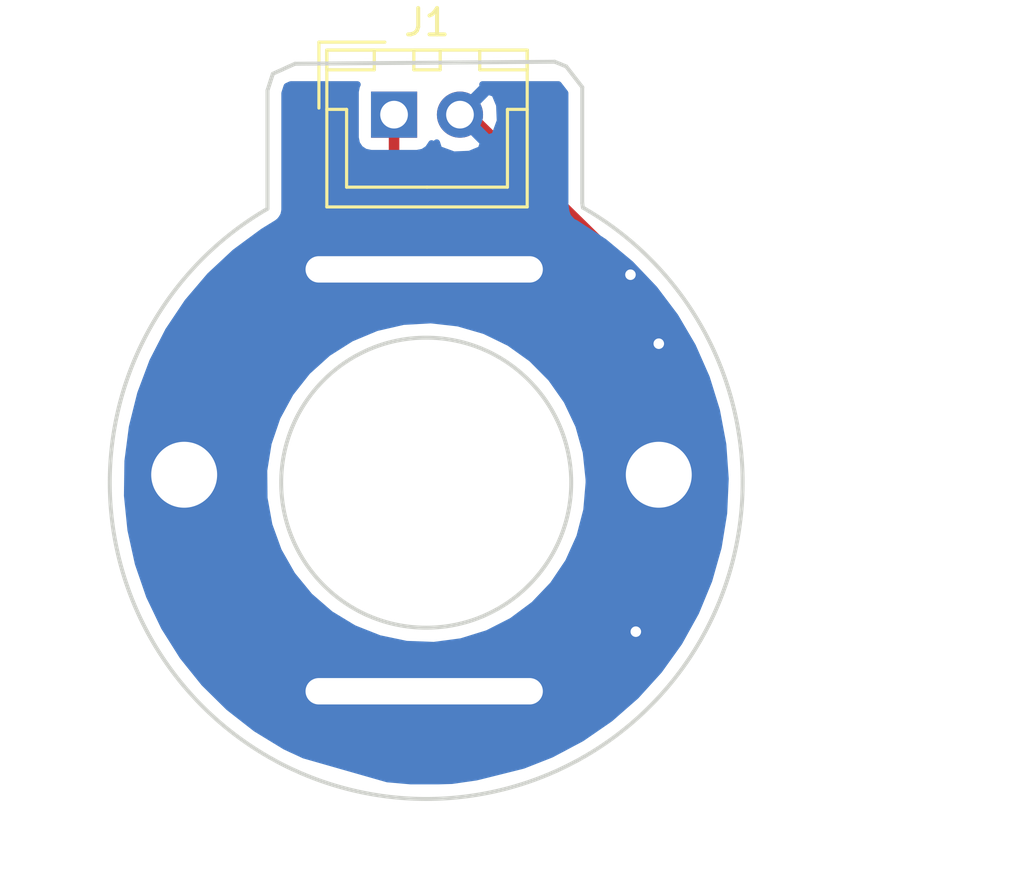
<source format=kicad_pcb>
(kicad_pcb (version 20171130) (host pcbnew "(5.0.0-rc2-66-g0a91f0b)")

  (general
    (thickness 1.6)
    (drawings 12)
    (tracks 18)
    (zones 0)
    (modules 4)
    (nets 3)
  )

  (page A4)
  (layers
    (0 F.Cu signal)
    (31 B.Cu signal)
    (32 B.Adhes user)
    (33 F.Adhes user)
    (34 B.Paste user)
    (35 F.Paste user)
    (36 B.SilkS user)
    (37 F.SilkS user)
    (38 B.Mask user)
    (39 F.Mask user)
    (40 Dwgs.User user)
    (41 Cmts.User user)
    (42 Eco1.User user)
    (43 Eco2.User user)
    (44 Edge.Cuts user)
    (45 Margin user)
    (46 B.CrtYd user)
    (47 F.CrtYd user)
    (48 B.Fab user)
    (49 F.Fab user)
  )

  (setup
    (last_trace_width 0.25)
    (trace_clearance 0.2)
    (zone_clearance 0.45)
    (zone_45_only no)
    (trace_min 0.2)
    (segment_width 0.2)
    (edge_width 0.15)
    (via_size 0.8)
    (via_drill 0.4)
    (via_min_size 0.4)
    (via_min_drill 0.3)
    (uvia_size 0.3)
    (uvia_drill 0.1)
    (uvias_allowed no)
    (uvia_min_size 0.2)
    (uvia_min_drill 0.1)
    (pcb_text_width 0.3)
    (pcb_text_size 1.5 1.5)
    (mod_edge_width 0.15)
    (mod_text_size 1 1)
    (mod_text_width 0.15)
    (pad_size 4 4)
    (pad_drill 2.5)
    (pad_to_mask_clearance 0.2)
    (aux_axis_origin 0 0)
    (visible_elements FFFFFF7F)
    (pcbplotparams
      (layerselection 0x010fc_ffffffff)
      (usegerberextensions true)
      (usegerberattributes false)
      (usegerberadvancedattributes false)
      (creategerberjobfile false)
      (excludeedgelayer true)
      (linewidth 0.100000)
      (plotframeref false)
      (viasonmask false)
      (mode 1)
      (useauxorigin false)
      (hpglpennumber 1)
      (hpglpenspeed 20)
      (hpglpendiameter 15.000000)
      (psnegative false)
      (psa4output false)
      (plotreference false)
      (plotvalue false)
      (plotinvisibletext false)
      (padsonsilk false)
      (subtractmaskfromsilk false)
      (outputformat 1)
      (mirror false)
      (drillshape 0)
      (scaleselection 1)
      (outputdirectory airmount_gerbers/))
  )

  (net 0 "")
  (net 1 GND)
  (net 2 "Net-(J1-Pad1)")

  (net_class Default "This is the default net class."
    (clearance 0.2)
    (trace_width 0.25)
    (via_dia 0.8)
    (via_drill 0.4)
    (uvia_dia 0.3)
    (uvia_drill 0.1)
  )

  (net_class thick ""
    (clearance 0.2)
    (trace_width 0.4)
    (via_dia 0.8)
    (via_drill 0.4)
    (uvia_dia 0.3)
    (uvia_drill 0.1)
    (add_net GND)
    (add_net "Net-(J1-Pad1)")
  )

  (module Connectors_JST:JST_XH_B02B-XH-A_02x2.50mm_Straight (layer F.Cu) (tedit 58EAE7F0) (tstamp 5B4672FA)
    (at 133.35 74.93)
    (descr "JST XH series connector, B02B-XH-A, top entry type, through hole")
    (tags "connector jst xh tht top vertical 2.50mm")
    (path /5B47C618)
    (fp_text reference J1 (at 1.25 -3.5) (layer F.SilkS)
      (effects (font (size 1 1) (thickness 0.15)))
    )
    (fp_text value Conn_01x02 (at 1.25 4.5) (layer F.Fab)
      (effects (font (size 1 1) (thickness 0.15)))
    )
    (fp_line (start -2.45 -2.35) (end -2.45 3.4) (layer F.Fab) (width 0.1))
    (fp_line (start -2.45 3.4) (end 4.95 3.4) (layer F.Fab) (width 0.1))
    (fp_line (start 4.95 3.4) (end 4.95 -2.35) (layer F.Fab) (width 0.1))
    (fp_line (start 4.95 -2.35) (end -2.45 -2.35) (layer F.Fab) (width 0.1))
    (fp_line (start -2.95 -2.85) (end -2.95 3.9) (layer F.CrtYd) (width 0.05))
    (fp_line (start -2.95 3.9) (end 5.45 3.9) (layer F.CrtYd) (width 0.05))
    (fp_line (start 5.45 3.9) (end 5.45 -2.85) (layer F.CrtYd) (width 0.05))
    (fp_line (start 5.45 -2.85) (end -2.95 -2.85) (layer F.CrtYd) (width 0.05))
    (fp_line (start -2.55 -2.45) (end -2.55 3.5) (layer F.SilkS) (width 0.12))
    (fp_line (start -2.55 3.5) (end 5.05 3.5) (layer F.SilkS) (width 0.12))
    (fp_line (start 5.05 3.5) (end 5.05 -2.45) (layer F.SilkS) (width 0.12))
    (fp_line (start 5.05 -2.45) (end -2.55 -2.45) (layer F.SilkS) (width 0.12))
    (fp_line (start 0.75 -2.45) (end 0.75 -1.7) (layer F.SilkS) (width 0.12))
    (fp_line (start 0.75 -1.7) (end 1.75 -1.7) (layer F.SilkS) (width 0.12))
    (fp_line (start 1.75 -1.7) (end 1.75 -2.45) (layer F.SilkS) (width 0.12))
    (fp_line (start 1.75 -2.45) (end 0.75 -2.45) (layer F.SilkS) (width 0.12))
    (fp_line (start -2.55 -2.45) (end -2.55 -1.7) (layer F.SilkS) (width 0.12))
    (fp_line (start -2.55 -1.7) (end -0.75 -1.7) (layer F.SilkS) (width 0.12))
    (fp_line (start -0.75 -1.7) (end -0.75 -2.45) (layer F.SilkS) (width 0.12))
    (fp_line (start -0.75 -2.45) (end -2.55 -2.45) (layer F.SilkS) (width 0.12))
    (fp_line (start 3.25 -2.45) (end 3.25 -1.7) (layer F.SilkS) (width 0.12))
    (fp_line (start 3.25 -1.7) (end 5.05 -1.7) (layer F.SilkS) (width 0.12))
    (fp_line (start 5.05 -1.7) (end 5.05 -2.45) (layer F.SilkS) (width 0.12))
    (fp_line (start 5.05 -2.45) (end 3.25 -2.45) (layer F.SilkS) (width 0.12))
    (fp_line (start -2.55 -0.2) (end -1.8 -0.2) (layer F.SilkS) (width 0.12))
    (fp_line (start -1.8 -0.2) (end -1.8 2.75) (layer F.SilkS) (width 0.12))
    (fp_line (start -1.8 2.75) (end 1.25 2.75) (layer F.SilkS) (width 0.12))
    (fp_line (start 5.05 -0.2) (end 4.3 -0.2) (layer F.SilkS) (width 0.12))
    (fp_line (start 4.3 -0.2) (end 4.3 2.75) (layer F.SilkS) (width 0.12))
    (fp_line (start 4.3 2.75) (end 1.25 2.75) (layer F.SilkS) (width 0.12))
    (fp_line (start -0.35 -2.75) (end -2.85 -2.75) (layer F.SilkS) (width 0.12))
    (fp_line (start -2.85 -2.75) (end -2.85 -0.25) (layer F.SilkS) (width 0.12))
    (fp_line (start -0.35 -2.75) (end -2.85 -2.75) (layer F.Fab) (width 0.1))
    (fp_line (start -2.85 -2.75) (end -2.85 -0.25) (layer F.Fab) (width 0.1))
    (fp_text user %R (at 1.25 2.5) (layer F.Fab)
      (effects (font (size 1 1) (thickness 0.15)))
    )
    (pad 1 thru_hole rect (at 0 0) (size 1.75 1.75) (drill 1.05) (layers *.Cu *.Mask)
      (net 2 "Net-(J1-Pad1)"))
    (pad 2 thru_hole circle (at 2.5 0) (size 1.75 1.75) (drill 1.05) (layers *.Cu *.Mask)
      (net 1 GND))
    (model Connectors_JST.3dshapes/JST_XH_B02B-XH-A_02x2.50mm_Straight.wrl
      (at (xyz 0 0 0))
      (scale (xyz 1 1 1))
      (rotate (xyz 0 0 0))
    )
  )

  (module library:p_contacts (layer F.Cu) (tedit 5B564FA3) (tstamp 5B467300)
    (at 134.39 88.5875)
    (path /5B47C54B)
    (fp_text reference M1 (at 0 6.35) (layer F.SilkS) hide
      (effects (font (size 1 1) (thickness 0.15)))
    )
    (fp_text value Motor_DC (at 0 -8.89) (layer F.Fab)
      (effects (font (size 1 1) (thickness 0.15)))
    )
    (pad 2 thru_hole circle (at 9 0) (size 4 4) (drill 2.5) (layers *.Mask F.Cu)
      (net 1 GND))
    (pad 1 thru_hole circle (at -9 0) (size 4 4) (drill 2.5) (layers *.Mask F.Cu)
      (net 2 "Net-(J1-Pad1)"))
  )

  (module library:GasSolenoid (layer F.Cu) (tedit 5B564BB9) (tstamp 5B563411)
    (at 134.493 88.7984 90)
    (path /5B56300C)
    (fp_text reference M2 (at 0 15.24 90) (layer F.SilkS) hide
      (effects (font (size 1 1) (thickness 0.15)))
    )
    (fp_text value Motor_DC (at 0 -15.24 90) (layer F.Fab)
      (effects (font (size 1 1) (thickness 0.15)))
    )
    (fp_circle (center 0 0) (end 5 0) (layer F.Fab) (width 0.15))
    (fp_circle (center 0 0) (end 12.7 0) (layer F.Fab) (width 0.15))
    (pad 2 thru_hole roundrect (at -8 0 90) (size 3 11) (drill oval 1 9) (layers *.Mask F.Cu) (roundrect_rratio 0.25)
      (net 1 GND))
    (pad 1 thru_hole roundrect (at 8 0 90) (size 3 11) (drill oval 1 9) (layers *.Mask F.Cu) (roundrect_rratio 0.25)
      (net 2 "Net-(J1-Pad1)"))
  )

  (module library:pumpBoard (layer F.Cu) (tedit 5B564311) (tstamp 5B467481)
    (at 134.62 88.9)
    (fp_text reference Board1 (at 0.508 14.478) (layer F.SilkS) hide
      (effects (font (size 1 1) (thickness 0.15)))
    )
    (fp_text value pumpBoard (at 0.254 -8.382) (layer F.Fab)
      (effects (font (size 1 1) (thickness 0.15)))
    )
    (fp_line (start -2.794 -11.7602) (end -6.1468 -10.414) (layer F.Fab) (width 0.15))
    (fp_line (start -0.0254 -12.1412) (end -2.794 -11.7602) (layer F.Fab) (width 0.15))
    (fp_line (start 3.0734 -11.7856) (end -0.0254 -12.1412) (layer F.Fab) (width 0.15))
    (fp_line (start 5.8674 -10.6426) (end 3.0734 -11.7856) (layer F.Fab) (width 0.15))
    (fp_line (start 5.8166 -15.0876) (end 5.8674 -10.6426) (layer F.Fab) (width 0.15))
    (fp_line (start 5.3848 -15.6718) (end 5.8166 -15.0876) (layer F.Fab) (width 0.15))
    (fp_line (start 4.6736 -15.9004) (end 5.3848 -15.6718) (layer F.Fab) (width 0.15))
    (fp_line (start -5.1562 -15.9004) (end 4.6736 -15.9004) (layer F.Fab) (width 0.15))
    (fp_line (start -5.9182 -15.4178) (end -5.1562 -15.9004) (layer F.Fab) (width 0.15))
    (fp_line (start -6.096 -14.8336) (end -5.9182 -15.4178) (layer F.Fab) (width 0.15))
    (fp_line (start -6.096 -10.4648) (end -6.096 -14.8336) (layer F.Fab) (width 0.15))
    (fp_circle (center 0 0) (end 11.43 3.81) (layer F.Fab) (width 0.15))
    (fp_circle (center 0 0) (end 5.5 0) (layer F.Fab) (width 0.15))
  )

  (dimension 27.940289 (width 0.3) (layer Dwgs.User)
    (gr_text "27.940 mm" (at 155.327749 87.012637 89.73956643) (layer Dwgs.User)
      (effects (font (size 1.5 1.5) (thickness 0.3)))
    )
    (feature1 (pts (xy 134.62 100.8888) (xy 153.750686 100.975758)))
    (feature2 (pts (xy 134.747 72.9488) (xy 153.877686 73.035758)))
    (crossbar (pts (xy 153.291271 73.033092) (xy 153.164271 100.973092)))
    (arrow1a (pts (xy 153.164271 100.973092) (xy 152.582977 99.843934)))
    (arrow1b (pts (xy 153.164271 100.973092) (xy 153.755806 99.849265)))
    (arrow2a (pts (xy 153.291271 73.033092) (xy 152.699736 74.156919)))
    (arrow2b (pts (xy 153.291271 73.033092) (xy 153.872565 74.16225)))
  )
  (dimension 24.079321 (width 0.3) (layer Dwgs.User)
    (gr_text "24.079 mm" (at 134.597542 105.13301 0.1813151527) (layer Dwgs.User)
      (effects (font (size 1.5 1.5) (thickness 0.3)))
    )
    (feature1 (pts (xy 146.5834 88.1126) (xy 146.632352 103.581339)))
    (feature2 (pts (xy 122.5042 88.1888) (xy 122.553152 103.657539)))
    (crossbar (pts (xy 122.551296 103.071121) (xy 146.630496 102.994921)))
    (arrow1a (pts (xy 146.630496 102.994921) (xy 145.505854 103.584904)))
    (arrow1b (pts (xy 146.630496 102.994921) (xy 145.502142 102.412068)))
    (arrow2a (pts (xy 122.551296 103.071121) (xy 123.67965 103.653974)))
    (arrow2b (pts (xy 122.551296 103.071121) (xy 123.675938 102.481138)))
  )
  (gr_line (start 128.5494 74.0156) (end 128.5494 78.486) (layer Edge.Cuts) (width 0.15))
  (gr_line (start 128.7526 73.3806) (end 128.5494 74.0156) (layer Edge.Cuts) (width 0.15))
  (gr_line (start 129.5908 72.9996) (end 128.7526 73.3806) (layer Edge.Cuts) (width 0.15))
  (gr_line (start 139.446 72.9234) (end 129.5908 72.9996) (layer Edge.Cuts) (width 0.15))
  (gr_line (start 139.8778 73.1012) (end 139.446 72.9234) (layer Edge.Cuts) (width 0.15))
  (gr_line (start 140.4874 73.8886) (end 139.8778 73.1012) (layer Edge.Cuts) (width 0.15))
  (gr_line (start 140.4874 78.2828) (end 140.4874 73.8886) (layer Edge.Cuts) (width 0.15))
  (gr_line (start 140.5128 78.4606) (end 140.4874 78.2828) (layer Edge.Cuts) (width 0.15))
  (gr_circle (center 134.5692 88.8882) (end 140.0692 88.8882) (layer Edge.Cuts) (width 0.15))
  (gr_arc (start 134.5692 88.882) (end 128.549 78.5) (angle -300) (layer Edge.Cuts) (width 0.15))

  (segment (start 135.85 74.5782) (end 141.478 80.096833) (width 0.4) (layer F.Cu) (net 1))
  (segment (start 143.39 81.9728) (end 143.39 83.6168) (width 0.4) (layer F.Cu) (net 1))
  (segment (start 143.3322 81.915) (end 143.39 81.9728) (width 0.4) (layer F.Cu) (net 1))
  (segment (start 143.39 88.5875) (end 143.39 93.6682) (width 0.4) (layer F.Cu) (net 1))
  (segment (start 140.2598 96.7984) (end 134.493 96.7984) (width 0.4) (layer F.Cu) (net 1))
  (segment (start 143.39 93.6682) (end 142.5194 94.5388) (width 0.4) (layer F.Cu) (net 1))
  (segment (start 142.5194 94.5388) (end 140.2598 96.7984) (width 0.4) (layer F.Cu) (net 1) (tstamp 5B564E44))
  (via (at 142.5194 94.5388) (size 0.8) (drill 0.4) (layers F.Cu B.Cu) (net 1))
  (segment (start 143.39 83.6168) (end 143.39 88.5875) (width 0.4) (layer F.Cu) (net 1) (tstamp 5B564E46))
  (via (at 143.39 83.6168) (size 0.8) (drill 0.4) (layers F.Cu B.Cu) (net 1))
  (segment (start 141.478 80.096833) (end 143.3322 81.915) (width 0.4) (layer F.Cu) (net 1) (tstamp 5B564E48))
  (via (at 142.3162 81.0006) (size 0.8) (drill 0.4) (layers F.Cu B.Cu) (net 1))
  (segment (start 133.35 79.6554) (end 134.493 80.7984) (width 0.4) (layer F.Cu) (net 2))
  (segment (start 133.35 74.93) (end 133.35 79.6554) (width 0.4) (layer F.Cu) (net 2))
  (segment (start 127.389999 86.587501) (end 125.39 88.5875) (width 0.4) (layer F.Cu) (net 2))
  (segment (start 131.60839 82.36911) (end 127.389999 86.587501) (width 0.4) (layer F.Cu) (net 2))
  (segment (start 132.92229 82.36911) (end 131.60839 82.36911) (width 0.4) (layer F.Cu) (net 2))
  (segment (start 134.493 80.7984) (end 132.92229 82.36911) (width 0.4) (layer F.Cu) (net 2))

  (zone (net 1) (net_name GND) (layer B.Cu) (tstamp 5B564E82) (hatch edge 0.508)
    (connect_pads (clearance 0.45))
    (min_thickness 0.254)
    (fill yes (arc_segments 16) (thermal_gap 0.508) (thermal_bridge_width 0.508))
    (polygon
      (pts
        (xy 128.905 73.66) (xy 140.335 73.66) (xy 140.462 77.9526) (xy 143.1544 80.391) (xy 144.78 83.185)
        (xy 146.05 86.36) (xy 146.3802 89.4334) (xy 146.05 91.44) (xy 145.415 93.345) (xy 144.145 95.885)
        (xy 141.605 98.425) (xy 138.43 99.695) (xy 135.89 100.33) (xy 133.35 100.33) (xy 128.905 99.06)
        (xy 125.4252 96.7232) (xy 122.8852 92.2782) (xy 122.555 88.9) (xy 123.19 85.725) (xy 124.587 82.1182)
        (xy 127.381 79.4258) (xy 128.905 78.105)
      )
    )
    (filled_polygon
      (pts
        (xy 131.931478 73.829866) (xy 131.886696 74.055) (xy 131.886696 75.805) (xy 131.931478 76.030134) (xy 132.059006 76.220994)
        (xy 132.249866 76.348522) (xy 132.475 76.393304) (xy 134.225 76.393304) (xy 134.450134 76.348522) (xy 134.640994 76.220994)
        (xy 134.768522 76.030134) (xy 134.769821 76.023601) (xy 134.852914 76.106694) (xy 134.967546 75.992062) (xy 135.050884 76.245953)
        (xy 135.615306 76.45159) (xy 136.215458 76.425579) (xy 136.649116 76.245953) (xy 136.732455 75.99206) (xy 135.85 75.109605)
        (xy 135.835858 75.123748) (xy 135.656253 74.944143) (xy 135.670395 74.93) (xy 136.029605 74.93) (xy 136.91206 75.812455)
        (xy 137.165953 75.729116) (xy 137.37159 75.164694) (xy 137.345579 74.564542) (xy 137.165953 74.130884) (xy 136.91206 74.047545)
        (xy 136.029605 74.93) (xy 135.670395 74.93) (xy 135.656253 74.915858) (xy 135.835858 74.736253) (xy 135.85 74.750395)
        (xy 136.732455 73.86794) (xy 136.705887 73.787) (xy 139.584182 73.787) (xy 139.835401 74.111492) (xy 139.8354 78.265059)
        (xy 139.832872 78.311438) (xy 139.8354 78.329134) (xy 139.8354 78.347013) (xy 139.844464 78.39258) (xy 139.876435 78.616375)
        (xy 139.940781 78.799297) (xy 140.113937 78.992417) (xy 140.236035 79.050969) (xy 141.318024 79.758784) (xy 142.321889 80.594931)
        (xy 143.223006 81.540929) (xy 144.009419 82.584226) (xy 144.670706 83.710997) (xy 145.198099 84.906299) (xy 145.584614 86.154302)
        (xy 145.825128 87.438467) (xy 145.916448 88.74175) (xy 145.857366 90.0469) (xy 145.648666 91.336617) (xy 145.293114 92.593788)
        (xy 144.795424 93.80176) (xy 144.162184 94.944537) (xy 143.401804 96.006942) (xy 142.524346 96.97492) (xy 141.541442 97.835632)
        (xy 140.46614 98.57766) (xy 139.312663 99.191182) (xy 138.24097 99.611349) (xy 136.467356 100.054753) (xy 135.540121 100.188503)
        (xy 135.023739 100.203) (xy 133.98037 100.203) (xy 133.098054 100.125933) (xy 129.942186 99.224256) (xy 129.225516 98.893231)
        (xy 128.110271 98.212698) (xy 127.080635 97.408494) (xy 126.461787 96.7984) (xy 129.394901 96.7984) (xy 129.478489 97.218624)
        (xy 129.716527 97.574873) (xy 130.072776 97.812911) (xy 130.386928 97.8754) (xy 138.599072 97.8754) (xy 138.913224 97.812911)
        (xy 139.269473 97.574873) (xy 139.507511 97.218624) (xy 139.591099 96.7984) (xy 139.507511 96.378176) (xy 139.269473 96.021927)
        (xy 138.913224 95.783889) (xy 138.599072 95.7214) (xy 130.386928 95.7214) (xy 130.072776 95.783889) (xy 129.716527 96.021927)
        (xy 129.478489 96.378176) (xy 129.394901 96.7984) (xy 126.461787 96.7984) (xy 126.15025 96.49127) (xy 125.331457 95.47319)
        (xy 124.635105 94.367751) (xy 124.070425 93.189599) (xy 123.644898 91.954349) (xy 123.36417 90.678387) (xy 123.231958 89.378605)
        (xy 123.247915 88.224087) (xy 123.563 88.224087) (xy 123.563 88.950913) (xy 123.841144 89.622412) (xy 124.355088 90.136356)
        (xy 125.026587 90.4145) (xy 125.753413 90.4145) (xy 126.424912 90.136356) (xy 126.938856 89.622412) (xy 127.217 88.950913)
        (xy 127.217 88.425431) (xy 128.414573 88.425431) (xy 128.424592 89.469037) (xy 128.610303 90.496034) (xy 128.966397 91.477058)
        (xy 129.482693 92.384059) (xy 130.144428 93.191103) (xy 130.93268 93.875114) (xy 131.824912 94.416533) (xy 132.795611 94.79988)
        (xy 133.817022 95.014195) (xy 134.859941 95.053348) (xy 135.894546 94.916221) (xy 136.891256 94.606735) (xy 137.821571 94.133738)
        (xy 138.658891 93.510755) (xy 139.379274 92.755599) (xy 139.962122 91.889862) (xy 140.39077 90.938299) (xy 140.652962 89.928116)
        (xy 140.7412 88.8882) (xy 140.740063 88.769713) (xy 140.683197 88.224087) (xy 141.563 88.224087) (xy 141.563 88.950913)
        (xy 141.841144 89.622412) (xy 142.355088 90.136356) (xy 143.026587 90.4145) (xy 143.753413 90.4145) (xy 144.424912 90.136356)
        (xy 144.938856 89.622412) (xy 145.217 88.950913) (xy 145.217 88.224087) (xy 144.938856 87.552588) (xy 144.424912 87.038644)
        (xy 143.753413 86.7605) (xy 143.026587 86.7605) (xy 142.355088 87.038644) (xy 141.841144 87.552588) (xy 141.563 88.224087)
        (xy 140.683197 88.224087) (xy 140.631877 87.731683) (xy 140.350341 86.72672) (xy 139.903504 85.783561) (xy 139.304143 84.929173)
        (xy 138.569396 84.187986) (xy 137.720271 83.581192) (xy 136.781047 83.126142) (xy 135.77858 82.835846) (xy 134.741532 82.718606)
        (xy 133.699558 82.777774) (xy 132.682449 83.011657) (xy 131.719288 83.413569) (xy 130.837614 83.972017) (xy 130.062638 84.671034)
        (xy 129.416519 85.490633) (xy 128.91773 86.407378) (xy 128.580535 87.395058) (xy 128.414573 88.425431) (xy 127.217 88.425431)
        (xy 127.217 88.224087) (xy 126.938856 87.552588) (xy 126.424912 87.038644) (xy 125.753413 86.7605) (xy 125.026587 86.7605)
        (xy 124.355088 87.038644) (xy 123.841144 87.552588) (xy 123.563 88.224087) (xy 123.247915 88.224087) (xy 123.250014 88.072236)
        (xy 123.418101 86.776608) (xy 123.733987 85.508892) (xy 124.19349 84.28588) (xy 124.790521 83.123777) (xy 125.517155 82.038012)
        (xy 126.363777 81.042948) (xy 126.625948 80.7984) (xy 129.394901 80.7984) (xy 129.478489 81.218624) (xy 129.716527 81.574873)
        (xy 130.072776 81.812911) (xy 130.386928 81.8754) (xy 138.599072 81.8754) (xy 138.913224 81.812911) (xy 139.269473 81.574873)
        (xy 139.507511 81.218624) (xy 139.591099 80.7984) (xy 139.507511 80.378176) (xy 139.269473 80.021927) (xy 138.913224 79.783889)
        (xy 138.599072 79.7214) (xy 130.386928 79.7214) (xy 130.072776 79.783889) (xy 129.716527 80.021927) (xy 129.478489 80.378176)
        (xy 129.394901 80.7984) (xy 126.625948 80.7984) (xy 127.319155 80.151792) (xy 128.378889 79.370256) (xy 128.890718 79.055277)
        (xy 128.952275 79.012321) (xy 129.004676 78.965947) (xy 129.019465 78.956065) (xy 129.034472 78.933605) (xy 129.058609 78.906697)
        (xy 129.101976 78.845429) (xy 129.138014 78.779582) (xy 129.138983 78.777195) (xy 129.16357 78.740398) (xy 129.178165 78.667026)
        (xy 129.186295 78.637693) (xy 129.194755 78.583621) (xy 129.2014 78.550214) (xy 129.2014 74.117375) (xy 129.285499 73.854568)
        (xy 129.434149 73.787) (xy 131.96012 73.787)
      )
    )
  )
)

</source>
